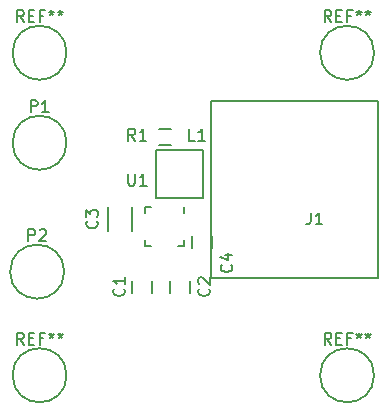
<source format=gbr>
G04 #@! TF.FileFunction,Legend,Top*
%FSLAX46Y46*%
G04 Gerber Fmt 4.6, Leading zero omitted, Abs format (unit mm)*
G04 Created by KiCad (PCBNEW (2015-07-31 BZR 6030)-product) date Mon Sep  7 21:49:01 2015*
%MOMM*%
G01*
G04 APERTURE LIST*
%ADD10C,0.100000*%
%ADD11C,0.150000*%
G04 APERTURE END LIST*
D10*
D11*
X155526000Y-119900000D02*
G75*
G03X155526000Y-119900000I-2286000J0D01*
G01*
X181561000Y-119900000D02*
G75*
G03X181561000Y-119900000I-2286000J0D01*
G01*
X181561000Y-92595000D02*
G75*
G03X181561000Y-92595000I-2286000J0D01*
G01*
X162775000Y-112895000D02*
X162775000Y-111895000D01*
X161075000Y-111895000D02*
X161075000Y-112895000D01*
X165950000Y-112895000D02*
X165950000Y-111895000D01*
X164250000Y-111895000D02*
X164250000Y-112895000D01*
X158995000Y-105680000D02*
X158995000Y-107680000D01*
X161045000Y-107680000D02*
X161045000Y-105680000D01*
X167855000Y-109085000D02*
X167855000Y-108085000D01*
X166155000Y-108085000D02*
X166155000Y-109085000D01*
X167767000Y-96647000D02*
X181864000Y-96647000D01*
X181864000Y-111633000D02*
X167767000Y-111633000D01*
X167767000Y-96647000D02*
X167767000Y-111633000D01*
X181864000Y-96647000D02*
X181864000Y-111633000D01*
X163100000Y-104870000D02*
X163100000Y-100870000D01*
X163100000Y-104870000D02*
X167100000Y-104870000D01*
X167100000Y-104870000D02*
X167100000Y-100870000D01*
X167100000Y-100870000D02*
X163100000Y-100870000D01*
X163330000Y-99020000D02*
X164330000Y-99020000D01*
X164330000Y-100370000D02*
X163330000Y-100370000D01*
X165455000Y-108940000D02*
X164955000Y-108940000D01*
X162205000Y-105690000D02*
X162705000Y-105690000D01*
X162205000Y-108940000D02*
X162705000Y-108940000D01*
X165455000Y-105690000D02*
X165455000Y-106190000D01*
X162205000Y-105690000D02*
X162205000Y-106190000D01*
X162205000Y-108940000D02*
X162205000Y-108440000D01*
X165455000Y-108940000D02*
X165455000Y-108440000D01*
X155526000Y-100215000D02*
G75*
G03X155526000Y-100215000I-2286000J0D01*
G01*
X155321000Y-111125000D02*
G75*
G03X155321000Y-111125000I-2286000J0D01*
G01*
X155526000Y-92595000D02*
G75*
G03X155526000Y-92595000I-2286000J0D01*
G01*
X151906667Y-117304381D02*
X151573333Y-116828190D01*
X151335238Y-117304381D02*
X151335238Y-116304381D01*
X151716191Y-116304381D01*
X151811429Y-116352000D01*
X151859048Y-116399619D01*
X151906667Y-116494857D01*
X151906667Y-116637714D01*
X151859048Y-116732952D01*
X151811429Y-116780571D01*
X151716191Y-116828190D01*
X151335238Y-116828190D01*
X152335238Y-116780571D02*
X152668572Y-116780571D01*
X152811429Y-117304381D02*
X152335238Y-117304381D01*
X152335238Y-116304381D01*
X152811429Y-116304381D01*
X153573334Y-116780571D02*
X153240000Y-116780571D01*
X153240000Y-117304381D02*
X153240000Y-116304381D01*
X153716191Y-116304381D01*
X154240000Y-116304381D02*
X154240000Y-116542476D01*
X154001905Y-116447238D02*
X154240000Y-116542476D01*
X154478096Y-116447238D01*
X154097143Y-116732952D02*
X154240000Y-116542476D01*
X154382858Y-116732952D01*
X155001905Y-116304381D02*
X155001905Y-116542476D01*
X154763810Y-116447238D02*
X155001905Y-116542476D01*
X155240001Y-116447238D01*
X154859048Y-116732952D02*
X155001905Y-116542476D01*
X155144763Y-116732952D01*
X177941667Y-117304381D02*
X177608333Y-116828190D01*
X177370238Y-117304381D02*
X177370238Y-116304381D01*
X177751191Y-116304381D01*
X177846429Y-116352000D01*
X177894048Y-116399619D01*
X177941667Y-116494857D01*
X177941667Y-116637714D01*
X177894048Y-116732952D01*
X177846429Y-116780571D01*
X177751191Y-116828190D01*
X177370238Y-116828190D01*
X178370238Y-116780571D02*
X178703572Y-116780571D01*
X178846429Y-117304381D02*
X178370238Y-117304381D01*
X178370238Y-116304381D01*
X178846429Y-116304381D01*
X179608334Y-116780571D02*
X179275000Y-116780571D01*
X179275000Y-117304381D02*
X179275000Y-116304381D01*
X179751191Y-116304381D01*
X180275000Y-116304381D02*
X180275000Y-116542476D01*
X180036905Y-116447238D02*
X180275000Y-116542476D01*
X180513096Y-116447238D01*
X180132143Y-116732952D02*
X180275000Y-116542476D01*
X180417858Y-116732952D01*
X181036905Y-116304381D02*
X181036905Y-116542476D01*
X180798810Y-116447238D02*
X181036905Y-116542476D01*
X181275001Y-116447238D01*
X180894048Y-116732952D02*
X181036905Y-116542476D01*
X181179763Y-116732952D01*
X177941667Y-89999381D02*
X177608333Y-89523190D01*
X177370238Y-89999381D02*
X177370238Y-88999381D01*
X177751191Y-88999381D01*
X177846429Y-89047000D01*
X177894048Y-89094619D01*
X177941667Y-89189857D01*
X177941667Y-89332714D01*
X177894048Y-89427952D01*
X177846429Y-89475571D01*
X177751191Y-89523190D01*
X177370238Y-89523190D01*
X178370238Y-89475571D02*
X178703572Y-89475571D01*
X178846429Y-89999381D02*
X178370238Y-89999381D01*
X178370238Y-88999381D01*
X178846429Y-88999381D01*
X179608334Y-89475571D02*
X179275000Y-89475571D01*
X179275000Y-89999381D02*
X179275000Y-88999381D01*
X179751191Y-88999381D01*
X180275000Y-88999381D02*
X180275000Y-89237476D01*
X180036905Y-89142238D02*
X180275000Y-89237476D01*
X180513096Y-89142238D01*
X180132143Y-89427952D02*
X180275000Y-89237476D01*
X180417858Y-89427952D01*
X181036905Y-88999381D02*
X181036905Y-89237476D01*
X180798810Y-89142238D02*
X181036905Y-89237476D01*
X181275001Y-89142238D01*
X180894048Y-89427952D02*
X181036905Y-89237476D01*
X181179763Y-89427952D01*
X160377143Y-112561666D02*
X160424762Y-112609285D01*
X160472381Y-112752142D01*
X160472381Y-112847380D01*
X160424762Y-112990238D01*
X160329524Y-113085476D01*
X160234286Y-113133095D01*
X160043810Y-113180714D01*
X159900952Y-113180714D01*
X159710476Y-113133095D01*
X159615238Y-113085476D01*
X159520000Y-112990238D01*
X159472381Y-112847380D01*
X159472381Y-112752142D01*
X159520000Y-112609285D01*
X159567619Y-112561666D01*
X160472381Y-111609285D02*
X160472381Y-112180714D01*
X160472381Y-111895000D02*
X159472381Y-111895000D01*
X159615238Y-111990238D01*
X159710476Y-112085476D01*
X159758095Y-112180714D01*
X167557143Y-112561666D02*
X167604762Y-112609285D01*
X167652381Y-112752142D01*
X167652381Y-112847380D01*
X167604762Y-112990238D01*
X167509524Y-113085476D01*
X167414286Y-113133095D01*
X167223810Y-113180714D01*
X167080952Y-113180714D01*
X166890476Y-113133095D01*
X166795238Y-113085476D01*
X166700000Y-112990238D01*
X166652381Y-112847380D01*
X166652381Y-112752142D01*
X166700000Y-112609285D01*
X166747619Y-112561666D01*
X166747619Y-112180714D02*
X166700000Y-112133095D01*
X166652381Y-112037857D01*
X166652381Y-111799761D01*
X166700000Y-111704523D01*
X166747619Y-111656904D01*
X166842857Y-111609285D01*
X166938095Y-111609285D01*
X167080952Y-111656904D01*
X167652381Y-112228333D01*
X167652381Y-111609285D01*
X158077143Y-106846666D02*
X158124762Y-106894285D01*
X158172381Y-107037142D01*
X158172381Y-107132380D01*
X158124762Y-107275238D01*
X158029524Y-107370476D01*
X157934286Y-107418095D01*
X157743810Y-107465714D01*
X157600952Y-107465714D01*
X157410476Y-107418095D01*
X157315238Y-107370476D01*
X157220000Y-107275238D01*
X157172381Y-107132380D01*
X157172381Y-107037142D01*
X157220000Y-106894285D01*
X157267619Y-106846666D01*
X157172381Y-106513333D02*
X157172381Y-105894285D01*
X157553333Y-106227619D01*
X157553333Y-106084761D01*
X157600952Y-105989523D01*
X157648571Y-105941904D01*
X157743810Y-105894285D01*
X157981905Y-105894285D01*
X158077143Y-105941904D01*
X158124762Y-105989523D01*
X158172381Y-106084761D01*
X158172381Y-106370476D01*
X158124762Y-106465714D01*
X158077143Y-106513333D01*
X169472143Y-110541666D02*
X169519762Y-110589285D01*
X169567381Y-110732142D01*
X169567381Y-110827380D01*
X169519762Y-110970238D01*
X169424524Y-111065476D01*
X169329286Y-111113095D01*
X169138810Y-111160714D01*
X168995952Y-111160714D01*
X168805476Y-111113095D01*
X168710238Y-111065476D01*
X168615000Y-110970238D01*
X168567381Y-110827380D01*
X168567381Y-110732142D01*
X168615000Y-110589285D01*
X168662619Y-110541666D01*
X168900714Y-109684523D02*
X169567381Y-109684523D01*
X168519762Y-109922619D02*
X169234048Y-110160714D01*
X169234048Y-109541666D01*
X176196667Y-106132381D02*
X176196667Y-106846667D01*
X176149047Y-106989524D01*
X176053809Y-107084762D01*
X175910952Y-107132381D01*
X175815714Y-107132381D01*
X177196667Y-107132381D02*
X176625238Y-107132381D01*
X176910952Y-107132381D02*
X176910952Y-106132381D01*
X176815714Y-106275238D01*
X176720476Y-106370476D01*
X176625238Y-106418095D01*
X166408334Y-100032381D02*
X165932143Y-100032381D01*
X165932143Y-99032381D01*
X167265477Y-100032381D02*
X166694048Y-100032381D01*
X166979762Y-100032381D02*
X166979762Y-99032381D01*
X166884524Y-99175238D01*
X166789286Y-99270476D01*
X166694048Y-99318095D01*
X161328334Y-100032381D02*
X160995000Y-99556190D01*
X160756905Y-100032381D02*
X160756905Y-99032381D01*
X161137858Y-99032381D01*
X161233096Y-99080000D01*
X161280715Y-99127619D01*
X161328334Y-99222857D01*
X161328334Y-99365714D01*
X161280715Y-99460952D01*
X161233096Y-99508571D01*
X161137858Y-99556190D01*
X160756905Y-99556190D01*
X162280715Y-100032381D02*
X161709286Y-100032381D01*
X161995000Y-100032381D02*
X161995000Y-99032381D01*
X161899762Y-99175238D01*
X161804524Y-99270476D01*
X161709286Y-99318095D01*
X160733095Y-102842381D02*
X160733095Y-103651905D01*
X160780714Y-103747143D01*
X160828333Y-103794762D01*
X160923571Y-103842381D01*
X161114048Y-103842381D01*
X161209286Y-103794762D01*
X161256905Y-103747143D01*
X161304524Y-103651905D01*
X161304524Y-102842381D01*
X162304524Y-103842381D02*
X161733095Y-103842381D01*
X162018809Y-103842381D02*
X162018809Y-102842381D01*
X161923571Y-102985238D01*
X161828333Y-103080476D01*
X161733095Y-103128095D01*
X152501905Y-97619381D02*
X152501905Y-96619381D01*
X152882858Y-96619381D01*
X152978096Y-96667000D01*
X153025715Y-96714619D01*
X153073334Y-96809857D01*
X153073334Y-96952714D01*
X153025715Y-97047952D01*
X152978096Y-97095571D01*
X152882858Y-97143190D01*
X152501905Y-97143190D01*
X154025715Y-97619381D02*
X153454286Y-97619381D01*
X153740000Y-97619381D02*
X153740000Y-96619381D01*
X153644762Y-96762238D01*
X153549524Y-96857476D01*
X153454286Y-96905095D01*
X152296905Y-108529381D02*
X152296905Y-107529381D01*
X152677858Y-107529381D01*
X152773096Y-107577000D01*
X152820715Y-107624619D01*
X152868334Y-107719857D01*
X152868334Y-107862714D01*
X152820715Y-107957952D01*
X152773096Y-108005571D01*
X152677858Y-108053190D01*
X152296905Y-108053190D01*
X153249286Y-107624619D02*
X153296905Y-107577000D01*
X153392143Y-107529381D01*
X153630239Y-107529381D01*
X153725477Y-107577000D01*
X153773096Y-107624619D01*
X153820715Y-107719857D01*
X153820715Y-107815095D01*
X153773096Y-107957952D01*
X153201667Y-108529381D01*
X153820715Y-108529381D01*
X151906667Y-89999381D02*
X151573333Y-89523190D01*
X151335238Y-89999381D02*
X151335238Y-88999381D01*
X151716191Y-88999381D01*
X151811429Y-89047000D01*
X151859048Y-89094619D01*
X151906667Y-89189857D01*
X151906667Y-89332714D01*
X151859048Y-89427952D01*
X151811429Y-89475571D01*
X151716191Y-89523190D01*
X151335238Y-89523190D01*
X152335238Y-89475571D02*
X152668572Y-89475571D01*
X152811429Y-89999381D02*
X152335238Y-89999381D01*
X152335238Y-88999381D01*
X152811429Y-88999381D01*
X153573334Y-89475571D02*
X153240000Y-89475571D01*
X153240000Y-89999381D02*
X153240000Y-88999381D01*
X153716191Y-88999381D01*
X154240000Y-88999381D02*
X154240000Y-89237476D01*
X154001905Y-89142238D02*
X154240000Y-89237476D01*
X154478096Y-89142238D01*
X154097143Y-89427952D02*
X154240000Y-89237476D01*
X154382858Y-89427952D01*
X155001905Y-88999381D02*
X155001905Y-89237476D01*
X154763810Y-89142238D02*
X155001905Y-89237476D01*
X155240001Y-89142238D01*
X154859048Y-89427952D02*
X155001905Y-89237476D01*
X155144763Y-89427952D01*
M02*

</source>
